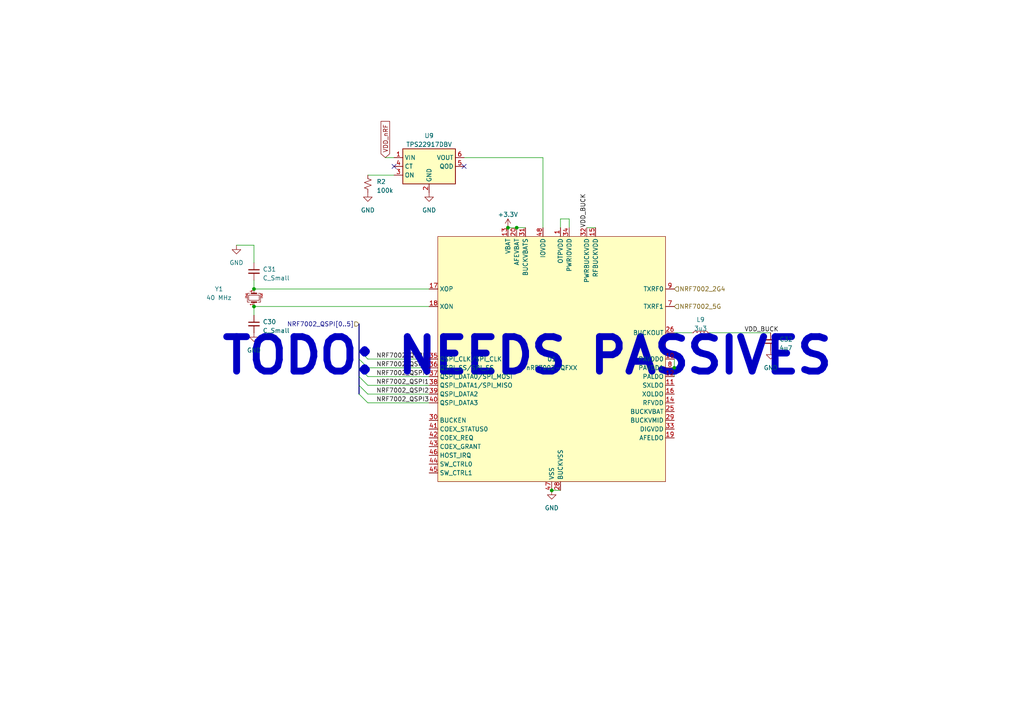
<source format=kicad_sch>
(kicad_sch (version 20230121) (generator eeschema)

  (uuid 102f1a5a-f366-4107-9431-2792d107f08d)

  (paper "A4")

  (lib_symbols
    (symbol "Device:C_Small" (pin_numbers hide) (pin_names (offset 0.254) hide) (in_bom yes) (on_board yes)
      (property "Reference" "C" (at 0.254 1.778 0)
        (effects (font (size 1.27 1.27)) (justify left))
      )
      (property "Value" "C_Small" (at 0.254 -2.032 0)
        (effects (font (size 1.27 1.27)) (justify left))
      )
      (property "Footprint" "" (at 0 0 0)
        (effects (font (size 1.27 1.27)) hide)
      )
      (property "Datasheet" "~" (at 0 0 0)
        (effects (font (size 1.27 1.27)) hide)
      )
      (property "ki_keywords" "capacitor cap" (at 0 0 0)
        (effects (font (size 1.27 1.27)) hide)
      )
      (property "ki_description" "Unpolarized capacitor, small symbol" (at 0 0 0)
        (effects (font (size 1.27 1.27)) hide)
      )
      (property "ki_fp_filters" "C_*" (at 0 0 0)
        (effects (font (size 1.27 1.27)) hide)
      )
      (symbol "C_Small_0_1"
        (polyline
          (pts
            (xy -1.524 -0.508)
            (xy 1.524 -0.508)
          )
          (stroke (width 0.3302) (type default))
          (fill (type none))
        )
        (polyline
          (pts
            (xy -1.524 0.508)
            (xy 1.524 0.508)
          )
          (stroke (width 0.3048) (type default))
          (fill (type none))
        )
      )
      (symbol "C_Small_1_1"
        (pin passive line (at 0 2.54 270) (length 2.032)
          (name "~" (effects (font (size 1.27 1.27))))
          (number "1" (effects (font (size 1.27 1.27))))
        )
        (pin passive line (at 0 -2.54 90) (length 2.032)
          (name "~" (effects (font (size 1.27 1.27))))
          (number "2" (effects (font (size 1.27 1.27))))
        )
      )
    )
    (symbol "Device:Crystal_GND23_Small" (pin_names (offset 1.016) hide) (in_bom yes) (on_board yes)
      (property "Reference" "Y" (at 1.27 4.445 0)
        (effects (font (size 1.27 1.27)) (justify left))
      )
      (property "Value" "Crystal_GND23_Small" (at 1.27 2.54 0)
        (effects (font (size 1.27 1.27)) (justify left))
      )
      (property "Footprint" "" (at 0 0 0)
        (effects (font (size 1.27 1.27)) hide)
      )
      (property "Datasheet" "~" (at 0 0 0)
        (effects (font (size 1.27 1.27)) hide)
      )
      (property "ki_keywords" "quartz ceramic resonator oscillator" (at 0 0 0)
        (effects (font (size 1.27 1.27)) hide)
      )
      (property "ki_description" "Four pin crystal, GND on pins 2 and 3, small symbol" (at 0 0 0)
        (effects (font (size 1.27 1.27)) hide)
      )
      (property "ki_fp_filters" "Crystal*" (at 0 0 0)
        (effects (font (size 1.27 1.27)) hide)
      )
      (symbol "Crystal_GND23_Small_0_1"
        (rectangle (start -0.762 -1.524) (end 0.762 1.524)
          (stroke (width 0) (type default))
          (fill (type none))
        )
        (polyline
          (pts
            (xy -1.27 -0.762)
            (xy -1.27 0.762)
          )
          (stroke (width 0.381) (type default))
          (fill (type none))
        )
        (polyline
          (pts
            (xy 1.27 -0.762)
            (xy 1.27 0.762)
          )
          (stroke (width 0.381) (type default))
          (fill (type none))
        )
        (polyline
          (pts
            (xy -1.27 -1.27)
            (xy -1.27 -1.905)
            (xy 1.27 -1.905)
            (xy 1.27 -1.27)
          )
          (stroke (width 0) (type default))
          (fill (type none))
        )
        (polyline
          (pts
            (xy -1.27 1.27)
            (xy -1.27 1.905)
            (xy 1.27 1.905)
            (xy 1.27 1.27)
          )
          (stroke (width 0) (type default))
          (fill (type none))
        )
      )
      (symbol "Crystal_GND23_Small_1_1"
        (pin passive line (at -2.54 0 0) (length 1.27)
          (name "1" (effects (font (size 1.27 1.27))))
          (number "1" (effects (font (size 0.762 0.762))))
        )
        (pin passive line (at 0 -2.54 90) (length 0.635)
          (name "2" (effects (font (size 1.27 1.27))))
          (number "2" (effects (font (size 0.762 0.762))))
        )
        (pin passive line (at 0 2.54 270) (length 0.635)
          (name "3" (effects (font (size 1.27 1.27))))
          (number "3" (effects (font (size 0.762 0.762))))
        )
        (pin passive line (at 2.54 0 180) (length 1.27)
          (name "4" (effects (font (size 1.27 1.27))))
          (number "4" (effects (font (size 0.762 0.762))))
        )
      )
    )
    (symbol "Device:L_Small" (pin_numbers hide) (pin_names (offset 0.254) hide) (in_bom yes) (on_board yes)
      (property "Reference" "L" (at 0.762 1.016 0)
        (effects (font (size 1.27 1.27)) (justify left))
      )
      (property "Value" "L_Small" (at 0.762 -1.016 0)
        (effects (font (size 1.27 1.27)) (justify left))
      )
      (property "Footprint" "" (at 0 0 0)
        (effects (font (size 1.27 1.27)) hide)
      )
      (property "Datasheet" "~" (at 0 0 0)
        (effects (font (size 1.27 1.27)) hide)
      )
      (property "ki_keywords" "inductor choke coil reactor magnetic" (at 0 0 0)
        (effects (font (size 1.27 1.27)) hide)
      )
      (property "ki_description" "Inductor, small symbol" (at 0 0 0)
        (effects (font (size 1.27 1.27)) hide)
      )
      (property "ki_fp_filters" "Choke_* *Coil* Inductor_* L_*" (at 0 0 0)
        (effects (font (size 1.27 1.27)) hide)
      )
      (symbol "L_Small_0_1"
        (arc (start 0 -2.032) (mid 0.5058 -1.524) (end 0 -1.016)
          (stroke (width 0) (type default))
          (fill (type none))
        )
        (arc (start 0 -1.016) (mid 0.5058 -0.508) (end 0 0)
          (stroke (width 0) (type default))
          (fill (type none))
        )
        (arc (start 0 0) (mid 0.5058 0.508) (end 0 1.016)
          (stroke (width 0) (type default))
          (fill (type none))
        )
        (arc (start 0 1.016) (mid 0.5058 1.524) (end 0 2.032)
          (stroke (width 0) (type default))
          (fill (type none))
        )
      )
      (symbol "L_Small_1_1"
        (pin passive line (at 0 2.54 270) (length 0.508)
          (name "~" (effects (font (size 1.27 1.27))))
          (number "1" (effects (font (size 1.27 1.27))))
        )
        (pin passive line (at 0 -2.54 90) (length 0.508)
          (name "~" (effects (font (size 1.27 1.27))))
          (number "2" (effects (font (size 1.27 1.27))))
        )
      )
    )
    (symbol "Device:R_Small_US" (pin_numbers hide) (pin_names (offset 0.254) hide) (in_bom yes) (on_board yes)
      (property "Reference" "R" (at 0.762 0.508 0)
        (effects (font (size 1.27 1.27)) (justify left))
      )
      (property "Value" "R_Small_US" (at 0.762 -1.016 0)
        (effects (font (size 1.27 1.27)) (justify left))
      )
      (property "Footprint" "" (at 0 0 0)
        (effects (font (size 1.27 1.27)) hide)
      )
      (property "Datasheet" "~" (at 0 0 0)
        (effects (font (size 1.27 1.27)) hide)
      )
      (property "ki_keywords" "r resistor" (at 0 0 0)
        (effects (font (size 1.27 1.27)) hide)
      )
      (property "ki_description" "Resistor, small US symbol" (at 0 0 0)
        (effects (font (size 1.27 1.27)) hide)
      )
      (property "ki_fp_filters" "R_*" (at 0 0 0)
        (effects (font (size 1.27 1.27)) hide)
      )
      (symbol "R_Small_US_1_1"
        (polyline
          (pts
            (xy 0 0)
            (xy 1.016 -0.381)
            (xy 0 -0.762)
            (xy -1.016 -1.143)
            (xy 0 -1.524)
          )
          (stroke (width 0) (type default))
          (fill (type none))
        )
        (polyline
          (pts
            (xy 0 1.524)
            (xy 1.016 1.143)
            (xy 0 0.762)
            (xy -1.016 0.381)
            (xy 0 0)
          )
          (stroke (width 0) (type default))
          (fill (type none))
        )
        (pin passive line (at 0 2.54 270) (length 1.016)
          (name "~" (effects (font (size 1.27 1.27))))
          (number "1" (effects (font (size 1.27 1.27))))
        )
        (pin passive line (at 0 -2.54 90) (length 1.016)
          (name "~" (effects (font (size 1.27 1.27))))
          (number "2" (effects (font (size 1.27 1.27))))
        )
      )
    )
    (symbol "Power_Management:TPS22917DBV" (in_bom yes) (on_board yes)
      (property "Reference" "U" (at -6.35 6.35 0)
        (effects (font (size 1.27 1.27)))
      )
      (property "Value" "TPS22917DBV" (at 2.54 6.35 0)
        (effects (font (size 1.27 1.27)))
      )
      (property "Footprint" "Package_TO_SOT_SMD:SOT-23-6" (at 0 12.7 0)
        (effects (font (size 1.27 1.27)) hide)
      )
      (property "Datasheet" "http://www.ti.com/lit/ds/symlink/tps22917.pdf" (at 1.27 -17.78 0)
        (effects (font (size 1.27 1.27)) hide)
      )
      (property "ki_keywords" "high-side power distribution switch" (at 0 0 0)
        (effects (font (size 1.27 1.27)) hide)
      )
      (property "ki_description" "1V to 5.5V, 2A, 80mΩ Ultra-Low Leakage Load Switch, SOT23-6" (at 0 0 0)
        (effects (font (size 1.27 1.27)) hide)
      )
      (property "ki_fp_filters" "SOT?23*" (at 0 0 0)
        (effects (font (size 1.27 1.27)) hide)
      )
      (symbol "TPS22917DBV_0_1"
        (rectangle (start -7.62 5.08) (end 7.62 -5.08)
          (stroke (width 0.254) (type default))
          (fill (type background))
        )
      )
      (symbol "TPS22917DBV_1_1"
        (pin power_in line (at -10.16 2.54 0) (length 2.54)
          (name "VIN" (effects (font (size 1.27 1.27))))
          (number "1" (effects (font (size 1.27 1.27))))
        )
        (pin power_in line (at 0 -7.62 90) (length 2.54)
          (name "GND" (effects (font (size 1.27 1.27))))
          (number "2" (effects (font (size 1.27 1.27))))
        )
        (pin input line (at -10.16 -2.54 0) (length 2.54)
          (name "ON" (effects (font (size 1.27 1.27))))
          (number "3" (effects (font (size 1.27 1.27))))
        )
        (pin output line (at -10.16 0 0) (length 2.54)
          (name "CT" (effects (font (size 1.27 1.27))))
          (number "4" (effects (font (size 1.27 1.27))))
        )
        (pin open_collector line (at 10.16 0 180) (length 2.54)
          (name "QOD" (effects (font (size 1.27 1.27))))
          (number "5" (effects (font (size 1.27 1.27))))
        )
        (pin power_out line (at 10.16 2.54 180) (length 2.54)
          (name "VOUT" (effects (font (size 1.27 1.27))))
          (number "6" (effects (font (size 1.27 1.27))))
        )
      )
    )
    (symbol "nordic-lib-kicad-nrf7:nRF7002-QFXX" (in_bom yes) (on_board yes)
      (property "Reference" "U" (at 0 0 0) (do_not_autoplace)
        (effects (font (size 1.27 1.27)))
      )
      (property "Value" "nRF7002-QFXX" (at 0 -2.54 0) (do_not_autoplace)
        (effects (font (size 1.27 1.27)))
      )
      (property "Footprint" "nordic-lib-kicad-nrf7:QFN-48_EP_6x6_Pitch0.4mm" (at 0 20.32 0)
        (effects (font (size 1.27 1.27)) hide)
      )
      (property "Datasheet" "" (at 0 20.32 0)
        (effects (font (size 1.27 1.27)) hide)
      )
      (symbol "nRF7002-QFXX_0_0"
        (pin unspecified line (at 2.54 38.1 270) (length 2.54)
          (name "OTPVDD" (effects (font (size 1.27 1.27))))
          (number "1" (effects (font (size 1.27 1.27))))
        )
        (pin unspecified line (at 35.56 0 180) (length 2.54)
          (name "PAVDD0" (effects (font (size 1.27 1.27))))
          (number "10" (effects (font (size 1.27 1.27))))
        )
        (pin unspecified line (at 35.56 -7.62 180) (length 2.54)
          (name "SXLDO" (effects (font (size 1.27 1.27))))
          (number "11" (effects (font (size 1.27 1.27))))
        )
        (pin unspecified line (at 35.56 -5.08 180) (length 2.54)
          (name "PALDO" (effects (font (size 1.27 1.27))))
          (number "12" (effects (font (size 1.27 1.27))))
        )
        (pin unspecified line (at -12.7 38.1 270) (length 2.54)
          (name "VBAT" (effects (font (size 1.27 1.27))))
          (number "13" (effects (font (size 1.27 1.27))))
        )
        (pin unspecified line (at 35.56 -12.7 180) (length 2.54)
          (name "RFVDD" (effects (font (size 1.27 1.27))))
          (number "14" (effects (font (size 1.27 1.27))))
        )
        (pin unspecified line (at 12.7 38.1 270) (length 2.54)
          (name "RFBUCKVDD" (effects (font (size 1.27 1.27))))
          (number "15" (effects (font (size 1.27 1.27))))
        )
        (pin unspecified line (at 35.56 -10.16 180) (length 2.54)
          (name "XOLDO" (effects (font (size 1.27 1.27))))
          (number "16" (effects (font (size 1.27 1.27))))
        )
        (pin unspecified line (at -35.56 20.32 0) (length 2.54)
          (name "XOP" (effects (font (size 1.27 1.27))))
          (number "17" (effects (font (size 1.27 1.27))))
        )
        (pin unspecified line (at -35.56 15.24 0) (length 2.54)
          (name "XON" (effects (font (size 1.27 1.27))))
          (number "18" (effects (font (size 1.27 1.27))))
        )
        (pin unspecified line (at 35.56 -22.86 180) (length 2.54)
          (name "AFELDO" (effects (font (size 1.27 1.27))))
          (number "19" (effects (font (size 1.27 1.27))))
        )
        (pin unspecified line (at -10.16 38.1 270) (length 2.54)
          (name "AFEVBAT" (effects (font (size 1.27 1.27))))
          (number "20" (effects (font (size 1.27 1.27))))
        )
        (pin unspecified line (at 35.56 -15.24 180) (length 2.54)
          (name "BUCKVBAT" (effects (font (size 1.27 1.27))))
          (number "25" (effects (font (size 1.27 1.27))))
        )
        (pin unspecified line (at 35.56 7.62 180) (length 2.54)
          (name "BUCKOUT" (effects (font (size 1.27 1.27))))
          (number "26" (effects (font (size 1.27 1.27))))
        )
        (pin unspecified line (at 2.54 -38.1 90) (length 2.54)
          (name "BUCKVSS" (effects (font (size 1.27 1.27))))
          (number "28" (effects (font (size 1.27 1.27))))
        )
        (pin unspecified line (at 35.56 -17.78 180) (length 2.54)
          (name "BUCKVMID" (effects (font (size 1.27 1.27))))
          (number "29" (effects (font (size 1.27 1.27))))
        )
        (pin unspecified line (at -35.56 -17.78 0) (length 2.54)
          (name "BUCKEN" (effects (font (size 1.27 1.27))))
          (number "30" (effects (font (size 1.27 1.27))))
        )
        (pin unspecified line (at -7.62 38.1 270) (length 2.54)
          (name "BUCKVBATS" (effects (font (size 1.27 1.27))))
          (number "31" (effects (font (size 1.27 1.27))))
        )
        (pin unspecified line (at 10.16 38.1 270) (length 2.54)
          (name "PWRBUCKVDD" (effects (font (size 1.27 1.27))))
          (number "32" (effects (font (size 1.27 1.27))))
        )
        (pin unspecified line (at 35.56 -20.32 180) (length 2.54)
          (name "DIGVDD" (effects (font (size 1.27 1.27))))
          (number "33" (effects (font (size 1.27 1.27))))
        )
        (pin unspecified line (at 5.08 38.1 270) (length 2.54)
          (name "PWRIOVDD" (effects (font (size 1.27 1.27))))
          (number "34" (effects (font (size 1.27 1.27))))
        )
        (pin unspecified line (at -35.56 -2.54 0) (length 2.54)
          (name "QSPI_SS/SPI_SS" (effects (font (size 1.27 1.27))))
          (number "36" (effects (font (size 1.27 1.27))))
        )
        (pin unspecified line (at -35.56 -5.08 0) (length 2.54)
          (name "QSPI_DATA0/SPI_MOSI" (effects (font (size 1.27 1.27))))
          (number "37" (effects (font (size 1.27 1.27))))
        )
        (pin unspecified line (at -35.56 -7.62 0) (length 2.54)
          (name "QSPI_DATA1/SPI_MISO" (effects (font (size 1.27 1.27))))
          (number "38" (effects (font (size 1.27 1.27))))
        )
        (pin unspecified line (at -35.56 -10.16 0) (length 2.54)
          (name "QSPI_DATA2" (effects (font (size 1.27 1.27))))
          (number "39" (effects (font (size 1.27 1.27))))
        )
        (pin unspecified line (at -35.56 -12.7 0) (length 2.54)
          (name "QSPI_DATA3" (effects (font (size 1.27 1.27))))
          (number "40" (effects (font (size 1.27 1.27))))
        )
        (pin unspecified line (at -35.56 -20.32 0) (length 2.54)
          (name "COEX_STATUS0" (effects (font (size 1.27 1.27))))
          (number "41" (effects (font (size 1.27 1.27))))
        )
        (pin unspecified line (at -35.56 -22.86 0) (length 2.54)
          (name "COEX_REQ" (effects (font (size 1.27 1.27))))
          (number "42" (effects (font (size 1.27 1.27))))
        )
        (pin unspecified line (at -35.56 -25.4 0) (length 2.54)
          (name "COEX_GRANT" (effects (font (size 1.27 1.27))))
          (number "43" (effects (font (size 1.27 1.27))))
        )
        (pin unspecified line (at -35.56 -30.48 0) (length 2.54)
          (name "SW_CTRL0" (effects (font (size 1.27 1.27))))
          (number "44" (effects (font (size 1.27 1.27))))
        )
        (pin unspecified line (at -35.56 -33.02 0) (length 2.54)
          (name "SW_CTRL1" (effects (font (size 1.27 1.27))))
          (number "45" (effects (font (size 1.27 1.27))))
        )
        (pin unspecified line (at -35.56 -27.94 0) (length 2.54)
          (name "HOST_IRQ" (effects (font (size 1.27 1.27))))
          (number "46" (effects (font (size 1.27 1.27))))
        )
        (pin unspecified line (at -2.54 38.1 270) (length 2.54)
          (name "IOVDD" (effects (font (size 1.27 1.27))))
          (number "48" (effects (font (size 1.27 1.27))))
        )
        (pin unspecified line (at 35.56 15.24 180) (length 2.54)
          (name "TXRF1" (effects (font (size 1.27 1.27))))
          (number "7" (effects (font (size 1.27 1.27))))
        )
        (pin unspecified line (at 35.56 -2.54 180) (length 2.54)
          (name "PAVDD1" (effects (font (size 1.27 1.27))))
          (number "8" (effects (font (size 1.27 1.27))))
        )
        (pin unspecified line (at 35.56 20.32 180) (length 2.54)
          (name "TXRF0" (effects (font (size 1.27 1.27))))
          (number "9" (effects (font (size 1.27 1.27))))
        )
      )
      (symbol "nRF7002-QFXX_1_0"
        (pin no_connect line (at 10.16 -33.02 90) (length 2.54) hide
          (name "N.C." (effects (font (size 1.27 1.27))))
          (number "2" (effects (font (size 1.27 1.27))))
        )
        (pin no_connect line (at 10.16 -33.02 90) (length 2.54) hide
          (name "N.C." (effects (font (size 1.27 1.27))))
          (number "21" (effects (font (size 1.27 1.27))))
        )
        (pin no_connect line (at 10.16 -33.02 90) (length 2.54) hide
          (name "N.C." (effects (font (size 1.27 1.27))))
          (number "22" (effects (font (size 1.27 1.27))))
        )
        (pin no_connect line (at 10.16 -33.02 90) (length 2.54) hide
          (name "N.C." (effects (font (size 1.27 1.27))))
          (number "23" (effects (font (size 1.27 1.27))))
        )
        (pin no_connect line (at 10.16 -33.02 90) (length 2.54) hide
          (name "N.C." (effects (font (size 1.27 1.27))))
          (number "24" (effects (font (size 1.27 1.27))))
        )
        (pin unspecified line (at 2.54 -38.1 90) (length 2.54) hide
          (name "BUCKVSS" (effects (font (size 1.27 1.27))))
          (number "27" (effects (font (size 1.27 1.27))))
        )
        (pin no_connect line (at 10.16 -33.02 90) (length 2.54) hide
          (name "N.C." (effects (font (size 1.27 1.27))))
          (number "3" (effects (font (size 1.27 1.27))))
        )
        (pin unspecified line (at -35.56 0 0) (length 2.54)
          (name "QSPI_CLK/SPI_CLK" (effects (font (size 1.27 1.27))))
          (number "35" (effects (font (size 1.27 1.27))))
        )
        (pin no_connect line (at 10.16 -33.02 90) (length 2.54) hide
          (name "N.C." (effects (font (size 1.27 1.27))))
          (number "4" (effects (font (size 1.27 1.27))))
        )
        (pin unspecified line (at 0 -38.1 90) (length 2.54)
          (name "VSS" (effects (font (size 1.27 1.27))))
          (number "47" (effects (font (size 1.27 1.27))))
        )
        (pin unspecified line (at 0 -38.1 90) (length 2.54) hide
          (name "EP" (effects (font (size 1.27 1.27))))
          (number "49" (effects (font (size 1.27 1.27))))
        )
        (pin no_connect line (at 10.16 -33.02 90) (length 2.54) hide
          (name "N.C." (effects (font (size 1.27 1.27))))
          (number "5" (effects (font (size 1.27 1.27))))
        )
        (pin no_connect line (at 10.16 -33.02 90) (length 2.54) hide
          (name "N.C." (effects (font (size 1.27 1.27))))
          (number "6" (effects (font (size 1.27 1.27))))
        )
      )
      (symbol "nRF7002-QFXX_1_1"
        (rectangle (start -33.02 35.56) (end 33.02 -35.56)
          (stroke (width 0) (type default))
          (fill (type background))
        )
      )
    )
    (symbol "power:+3.3V" (power) (pin_names (offset 0)) (in_bom yes) (on_board yes)
      (property "Reference" "#PWR" (at 0 -3.81 0)
        (effects (font (size 1.27 1.27)) hide)
      )
      (property "Value" "+3.3V" (at 0 3.556 0)
        (effects (font (size 1.27 1.27)))
      )
      (property "Footprint" "" (at 0 0 0)
        (effects (font (size 1.27 1.27)) hide)
      )
      (property "Datasheet" "" (at 0 0 0)
        (effects (font (size 1.27 1.27)) hide)
      )
      (property "ki_keywords" "global power" (at 0 0 0)
        (effects (font (size 1.27 1.27)) hide)
      )
      (property "ki_description" "Power symbol creates a global label with name \"+3.3V\"" (at 0 0 0)
        (effects (font (size 1.27 1.27)) hide)
      )
      (symbol "+3.3V_0_1"
        (polyline
          (pts
            (xy -0.762 1.27)
            (xy 0 2.54)
          )
          (stroke (width 0) (type default))
          (fill (type none))
        )
        (polyline
          (pts
            (xy 0 0)
            (xy 0 2.54)
          )
          (stroke (width 0) (type default))
          (fill (type none))
        )
        (polyline
          (pts
            (xy 0 2.54)
            (xy 0.762 1.27)
          )
          (stroke (width 0) (type default))
          (fill (type none))
        )
      )
      (symbol "+3.3V_1_1"
        (pin power_in line (at 0 0 90) (length 0) hide
          (name "+3.3V" (effects (font (size 1.27 1.27))))
          (number "1" (effects (font (size 1.27 1.27))))
        )
      )
    )
    (symbol "power:GND" (power) (pin_names (offset 0)) (in_bom yes) (on_board yes)
      (property "Reference" "#PWR" (at 0 -6.35 0)
        (effects (font (size 1.27 1.27)) hide)
      )
      (property "Value" "GND" (at 0 -3.81 0)
        (effects (font (size 1.27 1.27)))
      )
      (property "Footprint" "" (at 0 0 0)
        (effects (font (size 1.27 1.27)) hide)
      )
      (property "Datasheet" "" (at 0 0 0)
        (effects (font (size 1.27 1.27)) hide)
      )
      (property "ki_keywords" "global power" (at 0 0 0)
        (effects (font (size 1.27 1.27)) hide)
      )
      (property "ki_description" "Power symbol creates a global label with name \"GND\" , ground" (at 0 0 0)
        (effects (font (size 1.27 1.27)) hide)
      )
      (symbol "GND_0_1"
        (polyline
          (pts
            (xy 0 0)
            (xy 0 -1.27)
            (xy 1.27 -1.27)
            (xy 0 -2.54)
            (xy -1.27 -1.27)
            (xy 0 -1.27)
          )
          (stroke (width 0) (type default))
          (fill (type none))
        )
      )
      (symbol "GND_1_1"
        (pin power_in line (at 0 0 270) (length 0) hide
          (name "GND" (effects (font (size 1.27 1.27))))
          (number "1" (effects (font (size 1.27 1.27))))
        )
      )
    )
  )

  (junction (at 73.66 83.82) (diameter 0) (color 0 0 0 0)
    (uuid 0b905bf2-30e6-4ff0-ac4b-1c410f64e1cc)
  )
  (junction (at 149.86 66.04) (diameter 0) (color 0 0 0 0)
    (uuid 4736dfb3-a559-4cb5-9631-791d9c572319)
  )
  (junction (at 73.66 88.9) (diameter 0) (color 0 0 0 0)
    (uuid 4d227387-4f40-4381-a219-44389653a00d)
  )
  (junction (at 160.02 142.24) (diameter 0) (color 0 0 0 0)
    (uuid 76e825eb-3573-414c-8d66-fde2acadeabd)
  )
  (junction (at 195.58 106.68) (diameter 0) (color 0 0 0 0)
    (uuid ba5e24ff-f9d3-4ebf-86f7-bd37fdc8a124)
  )
  (junction (at 147.32 66.04) (diameter 0) (color 0 0 0 0)
    (uuid f5711865-a3ac-4ffb-9a73-d84ed1e104e0)
  )

  (no_connect (at 114.3 48.26) (uuid 886a4257-1ef8-4afb-9c72-b0d23fdddbda))
  (no_connect (at 134.62 48.26) (uuid f832dd7a-74e8-4e81-9b48-cb92ae8bdd21))

  (bus_entry (at 104.14 114.3) (size 2.54 2.54)
    (stroke (width 0) (type default))
    (uuid 0745b60a-1f96-4737-a71b-b6d8fddf97c9)
  )
  (bus_entry (at 104.14 101.6) (size 2.54 2.54)
    (stroke (width 0) (type default))
    (uuid 0933f152-435c-45a3-b3e6-ba6e75d46612)
  )
  (bus_entry (at 104.14 111.76) (size 2.54 2.54)
    (stroke (width 0) (type default))
    (uuid 7d6e5ccb-ee0d-483e-809a-2282453560c6)
  )
  (bus_entry (at 104.14 106.68) (size 2.54 2.54)
    (stroke (width 0) (type default))
    (uuid a9bdd216-5098-42dc-8c10-552f2d4750b7)
  )
  (bus_entry (at 104.14 104.14) (size 2.54 2.54)
    (stroke (width 0) (type default))
    (uuid e3f1169e-0bd9-447a-826b-51472e2fd373)
  )
  (bus_entry (at 104.14 109.22) (size 2.54 2.54)
    (stroke (width 0) (type default))
    (uuid fe2c9941-ca95-4713-9b35-08ea310e8c86)
  )

  (wire (pts (xy 134.62 45.72) (xy 157.48 45.72))
    (stroke (width 0) (type default))
    (uuid 03ae56f2-4695-4661-9804-505bcde287eb)
  )
  (wire (pts (xy 106.68 116.84) (xy 124.46 116.84))
    (stroke (width 0) (type default))
    (uuid 0daa24b3-cf54-4c69-a7e8-4518aeee863c)
  )
  (wire (pts (xy 149.86 66.04) (xy 152.4 66.04))
    (stroke (width 0) (type default))
    (uuid 1223e5b8-4222-429d-be21-52d7310a76da)
  )
  (wire (pts (xy 195.58 104.14) (xy 195.58 106.68))
    (stroke (width 0) (type default))
    (uuid 1ae53c6e-2f59-4573-8e4f-46781fabe519)
  )
  (wire (pts (xy 106.68 50.8) (xy 114.3 50.8))
    (stroke (width 0) (type default))
    (uuid 30acb95a-1081-4c28-a149-2aa4a6700e2b)
  )
  (wire (pts (xy 195.58 106.68) (xy 195.58 109.22))
    (stroke (width 0) (type default))
    (uuid 3263ba4f-e319-46ae-8fed-51057f41ad33)
  )
  (bus (pts (xy 104.14 106.68) (xy 104.14 109.22))
    (stroke (width 0) (type default))
    (uuid 32a1fbaf-6a89-40c7-8a9b-efaf21b5625c)
  )

  (wire (pts (xy 106.68 114.3) (xy 124.46 114.3))
    (stroke (width 0) (type default))
    (uuid 37c7da6b-8526-4a5d-b974-d877905def7e)
  )
  (bus (pts (xy 104.14 109.22) (xy 104.14 111.76))
    (stroke (width 0) (type default))
    (uuid 3941332e-beb8-4ea1-bc7b-15cb53a1e5c2)
  )
  (bus (pts (xy 104.14 93.98) (xy 104.14 101.6))
    (stroke (width 0) (type default))
    (uuid 3bf7daa1-1c29-426e-824b-38f4bc00e1e4)
  )

  (wire (pts (xy 106.68 111.76) (xy 124.46 111.76))
    (stroke (width 0) (type default))
    (uuid 463c4208-8d21-4eb1-be25-8752d2bc13af)
  )
  (wire (pts (xy 73.66 91.44) (xy 73.66 88.9))
    (stroke (width 0) (type default))
    (uuid 4755f7d3-e5a6-4092-acc7-542574989bff)
  )
  (wire (pts (xy 106.68 104.14) (xy 124.46 104.14))
    (stroke (width 0) (type default))
    (uuid 573f0d8f-3cbd-44e7-8726-dcf87f1e0640)
  )
  (wire (pts (xy 73.66 88.9) (xy 124.46 88.9))
    (stroke (width 0) (type default))
    (uuid 5d125fd3-33e5-4b4b-8135-f69e4a8b12e8)
  )
  (wire (pts (xy 205.74 96.52) (xy 223.52 96.52))
    (stroke (width 0) (type default))
    (uuid 6040140f-96ce-44ee-8263-d58d81ef9145)
  )
  (bus (pts (xy 104.14 101.6) (xy 104.14 104.14))
    (stroke (width 0) (type default))
    (uuid 6729285e-49a0-49fb-ae3f-d63da58eef2d)
  )

  (wire (pts (xy 160.02 142.24) (xy 162.56 142.24))
    (stroke (width 0) (type default))
    (uuid 7c046272-a86e-4245-a163-aeace5c362aa)
  )
  (wire (pts (xy 162.56 63.5) (xy 165.1 63.5))
    (stroke (width 0) (type default))
    (uuid 7f3d5b50-6db5-47dc-af52-3693dc7c00c4)
  )
  (wire (pts (xy 73.66 81.28) (xy 73.66 83.82))
    (stroke (width 0) (type default))
    (uuid 8852b5f8-f15e-4a93-a9a1-d553f712b390)
  )
  (wire (pts (xy 111.76 45.72) (xy 114.3 45.72))
    (stroke (width 0) (type default))
    (uuid 88ccc379-9eb7-4f8d-a0ac-e345e4041f96)
  )
  (bus (pts (xy 104.14 104.14) (xy 104.14 106.68))
    (stroke (width 0) (type default))
    (uuid 8b54d6f0-35d8-4777-99b5-7bfb604f2f0c)
  )

  (wire (pts (xy 68.58 71.12) (xy 73.66 71.12))
    (stroke (width 0) (type default))
    (uuid 8f1a36e1-083e-4122-abb3-5993a9f121e9)
  )
  (wire (pts (xy 106.68 106.68) (xy 124.46 106.68))
    (stroke (width 0) (type default))
    (uuid 93ae58c9-946b-48dc-985f-469849463c33)
  )
  (wire (pts (xy 157.48 45.72) (xy 157.48 66.04))
    (stroke (width 0) (type default))
    (uuid 9713adcc-61c1-4b0c-8463-86311805fbea)
  )
  (wire (pts (xy 106.68 109.22) (xy 124.46 109.22))
    (stroke (width 0) (type default))
    (uuid 9c9533a8-0e17-4e12-bf0e-f820411b1754)
  )
  (wire (pts (xy 170.18 66.04) (xy 172.72 66.04))
    (stroke (width 0) (type default))
    (uuid 9eb2fff8-1fff-49c5-958f-96d63f698499)
  )
  (wire (pts (xy 162.56 66.04) (xy 162.56 63.5))
    (stroke (width 0) (type default))
    (uuid a1ae390f-e0f9-43bd-92db-423950b2575c)
  )
  (wire (pts (xy 195.58 96.52) (xy 200.66 96.52))
    (stroke (width 0) (type default))
    (uuid ac8a8952-1ff3-4e2b-8124-4dcd30738c24)
  )
  (wire (pts (xy 147.32 66.04) (xy 149.86 66.04))
    (stroke (width 0) (type default))
    (uuid b16de582-712c-448c-9cd3-8ae469adaa74)
  )
  (wire (pts (xy 73.66 83.82) (xy 124.46 83.82))
    (stroke (width 0) (type default))
    (uuid b9693ac5-aa08-4d8a-b5eb-6771db893ecd)
  )
  (bus (pts (xy 104.14 111.76) (xy 104.14 114.3))
    (stroke (width 0) (type default))
    (uuid c63d4bd4-147d-4837-8d5b-97d0a63a06e5)
  )

  (wire (pts (xy 73.66 71.12) (xy 73.66 76.2))
    (stroke (width 0) (type default))
    (uuid fbd7850f-8bdb-472c-8c76-aa11bf16c038)
  )
  (wire (pts (xy 165.1 63.5) (xy 165.1 66.04))
    (stroke (width 0) (type default))
    (uuid ff41ae55-4bef-429c-a934-e71ca872de89)
  )

  (text "TODO: NEEDS PASSIVES" (at 63.5 109.22 0)
    (effects (font (size 10 10) (thickness 2) bold) (justify left bottom))
    (uuid 104ea9be-c65f-45ad-b258-7d8b4c7c348f)
  )

  (label "VDD_BUCK" (at 170.18 66.04 90) (fields_autoplaced)
    (effects (font (size 1.27 1.27)) (justify left bottom))
    (uuid 2c386745-e6da-4f36-bec1-3494c3ea6bdf)
  )
  (label "NRF7002_QSPI4" (at 124.46 104.14 180) (fields_autoplaced)
    (effects (font (size 1.27 1.27)) (justify right bottom))
    (uuid 38b25a5b-048e-4afe-9721-9b1bccad65b7)
  )
  (label "NRF7002_QSPI5" (at 124.46 106.68 180) (fields_autoplaced)
    (effects (font (size 1.27 1.27)) (justify right bottom))
    (uuid 5614ba05-12bf-4fa6-b094-5ed9d0dab022)
  )
  (label "NRF7002_QSPI2" (at 124.46 114.3 180) (fields_autoplaced)
    (effects (font (size 1.27 1.27)) (justify right bottom))
    (uuid 9876c97c-e8da-46d4-a7fd-b81eed9de557)
  )
  (label "NRF7002_QSPI0" (at 124.46 109.22 180) (fields_autoplaced)
    (effects (font (size 1.27 1.27)) (justify right bottom))
    (uuid d4abb697-43f9-484f-a891-deef8a8270b5)
  )
  (label "VDD_BUCK" (at 215.9 96.52 0) (fields_autoplaced)
    (effects (font (size 1.27 1.27)) (justify left bottom))
    (uuid de126256-ff30-4373-9d2b-8d651a203600)
  )
  (label "NRF7002_QSPI3" (at 124.46 116.84 180) (fields_autoplaced)
    (effects (font (size 1.27 1.27)) (justify right bottom))
    (uuid ec30e629-f821-4b80-be1f-01047f1c04f1)
  )
  (label "NRF7002_QSPI1" (at 124.46 111.76 180) (fields_autoplaced)
    (effects (font (size 1.27 1.27)) (justify right bottom))
    (uuid f792772f-fe0d-4ad0-8325-1ec29c58e409)
  )

  (global_label "VDD_nRF" (shape input) (at 111.76 45.72 90) (fields_autoplaced)
    (effects (font (size 1.27 1.27)) (justify left))
    (uuid 10f24a3c-3169-4b6e-8980-ef387e81ced2)
    (property "Intersheetrefs" "${INTERSHEET_REFS}" (at 111.76 34.7104 90)
      (effects (font (size 1.27 1.27)) (justify left) hide)
    )
  )

  (hierarchical_label "NRF7002_5G" (shape input) (at 195.58 88.9 0) (fields_autoplaced)
    (effects (font (size 1.27 1.27)) (justify left))
    (uuid 69dcef94-dc04-4bf6-8d41-7207bb0a9ace)
  )
  (hierarchical_label "NRF7002_QSPI[0..5]" (shape input) (at 104.14 93.98 180) (fields_autoplaced)
    (effects (font (size 1.27 1.27)) (justify right))
    (uuid 85870653-26fd-414e-8166-da73ae542861)
  )
  (hierarchical_label "NRF7002_2G4" (shape input) (at 195.58 83.82 0) (fields_autoplaced)
    (effects (font (size 1.27 1.27)) (justify left))
    (uuid a01806c3-4e1f-4b42-b7ad-dd981b70a41d)
  )

  (symbol (lib_id "power:GND") (at 223.52 101.6 0) (unit 1)
    (in_bom yes) (on_board yes) (dnp no) (fields_autoplaced)
    (uuid 0de1c6be-1d4c-4781-8f8e-dccf32f25841)
    (property "Reference" "#PWR08" (at 223.52 107.95 0)
      (effects (font (size 1.27 1.27)) hide)
    )
    (property "Value" "GND" (at 223.52 106.68 0)
      (effects (font (size 1.27 1.27)))
    )
    (property "Footprint" "" (at 223.52 101.6 0)
      (effects (font (size 1.27 1.27)) hide)
    )
    (property "Datasheet" "" (at 223.52 101.6 0)
      (effects (font (size 1.27 1.27)) hide)
    )
    (pin "1" (uuid 0988bf70-8ad6-44ec-8463-9ac2cb98d0aa))
    (instances
      (project "feather"
        (path "/ff0e202b-4a10-454c-95f3-d1df6cc67c7a"
          (reference "#PWR08") (unit 1)
        )
        (path "/ff0e202b-4a10-454c-95f3-d1df6cc67c7a/b080eee5-b310-42a8-a6eb-0336f72a8eb4"
          (reference "#PWR061") (unit 1)
        )
      )
    )
  )

  (symbol (lib_id "power:GND") (at 106.68 55.88 0) (unit 1)
    (in_bom yes) (on_board yes) (dnp no) (fields_autoplaced)
    (uuid 2864dd5b-d2b4-49d4-b087-c121a766a4c5)
    (property "Reference" "#PWR012" (at 106.68 62.23 0)
      (effects (font (size 1.27 1.27)) hide)
    )
    (property "Value" "GND" (at 106.68 60.96 0)
      (effects (font (size 1.27 1.27)))
    )
    (property "Footprint" "" (at 106.68 55.88 0)
      (effects (font (size 1.27 1.27)) hide)
    )
    (property "Datasheet" "" (at 106.68 55.88 0)
      (effects (font (size 1.27 1.27)) hide)
    )
    (pin "1" (uuid 419c021e-d5a1-4653-a0fe-8ec0929a95aa))
    (instances
      (project "feather"
        (path "/ff0e202b-4a10-454c-95f3-d1df6cc67c7a"
          (reference "#PWR012") (unit 1)
        )
        (path "/ff0e202b-4a10-454c-95f3-d1df6cc67c7a/329e88c3-6de2-4468-a5c8-2b9fab392ec8"
          (reference "#PWR025") (unit 1)
        )
        (path "/ff0e202b-4a10-454c-95f3-d1df6cc67c7a/271ebf4d-260f-4928-8105-d17d2a322869"
          (reference "#PWR055") (unit 1)
        )
        (path "/ff0e202b-4a10-454c-95f3-d1df6cc67c7a/b080eee5-b310-42a8-a6eb-0336f72a8eb4"
          (reference "#PWR062") (unit 1)
        )
      )
    )
  )

  (symbol (lib_id "power:GND") (at 160.02 142.24 0) (unit 1)
    (in_bom yes) (on_board yes) (dnp no) (fields_autoplaced)
    (uuid 3ce931e8-c064-4c5b-ae05-7188a314fe56)
    (property "Reference" "#PWR08" (at 160.02 148.59 0)
      (effects (font (size 1.27 1.27)) hide)
    )
    (property "Value" "GND" (at 160.02 147.32 0)
      (effects (font (size 1.27 1.27)))
    )
    (property "Footprint" "" (at 160.02 142.24 0)
      (effects (font (size 1.27 1.27)) hide)
    )
    (property "Datasheet" "" (at 160.02 142.24 0)
      (effects (font (size 1.27 1.27)) hide)
    )
    (pin "1" (uuid dbbc4a8b-54bc-405f-9a63-d17a759e6bc3))
    (instances
      (project "feather"
        (path "/ff0e202b-4a10-454c-95f3-d1df6cc67c7a"
          (reference "#PWR08") (unit 1)
        )
        (path "/ff0e202b-4a10-454c-95f3-d1df6cc67c7a/b080eee5-b310-42a8-a6eb-0336f72a8eb4"
          (reference "#PWR08") (unit 1)
        )
      )
    )
  )

  (symbol (lib_id "power:GND") (at 73.66 96.52 0) (unit 1)
    (in_bom yes) (on_board yes) (dnp no) (fields_autoplaced)
    (uuid 4c013ff3-b793-49a1-9a4e-6316eb3d56a6)
    (property "Reference" "#PWR08" (at 73.66 102.87 0)
      (effects (font (size 1.27 1.27)) hide)
    )
    (property "Value" "GND" (at 73.66 101.6 0)
      (effects (font (size 1.27 1.27)))
    )
    (property "Footprint" "" (at 73.66 96.52 0)
      (effects (font (size 1.27 1.27)) hide)
    )
    (property "Datasheet" "" (at 73.66 96.52 0)
      (effects (font (size 1.27 1.27)) hide)
    )
    (pin "1" (uuid f290066d-dd67-4792-a35d-672ca333d798))
    (instances
      (project "feather"
        (path "/ff0e202b-4a10-454c-95f3-d1df6cc67c7a"
          (reference "#PWR08") (unit 1)
        )
        (path "/ff0e202b-4a10-454c-95f3-d1df6cc67c7a/b080eee5-b310-42a8-a6eb-0336f72a8eb4"
          (reference "#PWR058") (unit 1)
        )
      )
    )
  )

  (symbol (lib_id "power:+3.3V") (at 147.32 66.04 0) (unit 1)
    (in_bom yes) (on_board yes) (dnp no) (fields_autoplaced)
    (uuid 4d18fea3-2c56-4ef7-9ab8-9f01211373fb)
    (property "Reference" "#PWR063" (at 147.32 69.85 0)
      (effects (font (size 1.27 1.27)) hide)
    )
    (property "Value" "+3.3V" (at 147.32 62.23 0)
      (effects (font (size 1.27 1.27)))
    )
    (property "Footprint" "" (at 147.32 66.04 0)
      (effects (font (size 1.27 1.27)) hide)
    )
    (property "Datasheet" "" (at 147.32 66.04 0)
      (effects (font (size 1.27 1.27)) hide)
    )
    (pin "1" (uuid 68b357e3-0725-45b8-a496-8bed503e53ff))
    (instances
      (project "feather"
        (path "/ff0e202b-4a10-454c-95f3-d1df6cc67c7a/b080eee5-b310-42a8-a6eb-0336f72a8eb4"
          (reference "#PWR063") (unit 1)
        )
      )
    )
  )

  (symbol (lib_id "Device:C_Small") (at 73.66 93.98 0) (unit 1)
    (in_bom yes) (on_board yes) (dnp no) (fields_autoplaced)
    (uuid 5e93eab1-53d9-48d7-bac8-0765cc6b7842)
    (property "Reference" "C30" (at 76.2 93.3513 0)
      (effects (font (size 1.27 1.27)) (justify left))
    )
    (property "Value" "C_Small" (at 76.2 95.8913 0)
      (effects (font (size 1.27 1.27)) (justify left))
    )
    (property "Footprint" "" (at 73.66 93.98 0)
      (effects (font (size 1.27 1.27)) hide)
    )
    (property "Datasheet" "~" (at 73.66 93.98 0)
      (effects (font (size 1.27 1.27)) hide)
    )
    (pin "1" (uuid cabf84fb-6b0b-4125-b29f-9c969ca8415d))
    (pin "2" (uuid 9932e66e-63b7-4dcb-9a72-c9bbf208f900))
    (instances
      (project "feather"
        (path "/ff0e202b-4a10-454c-95f3-d1df6cc67c7a/b080eee5-b310-42a8-a6eb-0336f72a8eb4"
          (reference "C30") (unit 1)
        )
      )
    )
  )

  (symbol (lib_id "power:GND") (at 68.58 71.12 0) (unit 1)
    (in_bom yes) (on_board yes) (dnp no) (fields_autoplaced)
    (uuid 6282ac37-caf4-4e53-8c6c-3071ab345489)
    (property "Reference" "#PWR08" (at 68.58 77.47 0)
      (effects (font (size 1.27 1.27)) hide)
    )
    (property "Value" "GND" (at 68.58 76.2 0)
      (effects (font (size 1.27 1.27)))
    )
    (property "Footprint" "" (at 68.58 71.12 0)
      (effects (font (size 1.27 1.27)) hide)
    )
    (property "Datasheet" "" (at 68.58 71.12 0)
      (effects (font (size 1.27 1.27)) hide)
    )
    (pin "1" (uuid 12d0fe8d-9f58-4fed-9a7e-ed1095bb6d71))
    (instances
      (project "feather"
        (path "/ff0e202b-4a10-454c-95f3-d1df6cc67c7a"
          (reference "#PWR08") (unit 1)
        )
        (path "/ff0e202b-4a10-454c-95f3-d1df6cc67c7a/b080eee5-b310-42a8-a6eb-0336f72a8eb4"
          (reference "#PWR059") (unit 1)
        )
      )
    )
  )

  (symbol (lib_id "nordic-lib-kicad-nrf7:nRF7002-QFXX") (at 160.02 104.14 0) (unit 1)
    (in_bom yes) (on_board yes) (dnp no) (fields_autoplaced)
    (uuid 68137ae8-f1e9-44da-93c6-28e495ceed30)
    (property "Reference" "U1" (at 160.02 104.14 0) (do_not_autoplace)
      (effects (font (size 1.27 1.27)))
    )
    (property "Value" "nRF7002-QFXX" (at 160.02 106.68 0) (do_not_autoplace)
      (effects (font (size 1.27 1.27)))
    )
    (property "Footprint" "nordic-lib-kicad-nrf7:QFN-48_EP_6x6_Pitch0.4mm" (at 160.02 83.82 0)
      (effects (font (size 1.27 1.27)) hide)
    )
    (property "Datasheet" "" (at 160.02 83.82 0)
      (effects (font (size 1.27 1.27)) hide)
    )
    (pin "1" (uuid 6271b6cd-092a-4674-bd9b-f8cd55ce3351))
    (pin "10" (uuid 68dd24fc-2b71-4ec1-ac50-28a58ce9e57e))
    (pin "11" (uuid 9c5882df-f8f7-4ad3-a6ab-a1387d008462))
    (pin "12" (uuid da50ca1c-8c78-4ee3-bcdc-80b96f3756f6))
    (pin "13" (uuid 904901a8-ef09-4dac-818a-8fec7495a227))
    (pin "14" (uuid c7e1836b-26b4-41c1-b687-1e81e5e789df))
    (pin "15" (uuid cf151072-6534-47e7-a161-b0562561307f))
    (pin "16" (uuid c4191a62-ce9e-4681-b742-b99e2564526f))
    (pin "17" (uuid a1fbb8a7-492d-4f0f-9f26-586af8d4eae6))
    (pin "18" (uuid b838a049-7596-4ed8-896e-895bb1372f63))
    (pin "19" (uuid a600cabc-1410-4e27-82ce-dacecc03fdfc))
    (pin "20" (uuid 4e035100-8db4-4985-b8dd-9e7edbd2c923))
    (pin "25" (uuid 242b4509-2dc6-4c36-908b-20ec560294c5))
    (pin "26" (uuid 69b8c1f9-8487-44a3-bbc7-e4edf929b5bf))
    (pin "28" (uuid 20db84fd-a0b0-4e42-aaea-1244998e0792))
    (pin "29" (uuid ff9e86fd-f2ac-4d2f-91f0-fba84779d168))
    (pin "30" (uuid 8e814eae-e36e-44b5-85ef-94b7bdda3f7e))
    (pin "31" (uuid 52432945-1e30-438c-aa08-172b4798d72e))
    (pin "32" (uuid 1aaff5d8-f5f2-4cbc-80f6-50bcf7e0f110))
    (pin "33" (uuid c9652dd2-8a4b-44ed-aaef-cbda2576c045))
    (pin "34" (uuid 19702913-8ab5-4724-b390-4499c38e7c90))
    (pin "36" (uuid 5888ce8c-44a8-4eb7-a722-73da7377c6f0))
    (pin "37" (uuid b406d2ba-ed6b-4dcd-86e8-e77e9fbd6c83))
    (pin "38" (uuid b9351fc4-913f-49a9-bc6a-073e6bcd1a5d))
    (pin "39" (uuid d63e4667-e4e9-4137-b16f-bd1ea6679aed))
    (pin "40" (uuid 68121571-2e76-4bf3-a4f7-539272ce0659))
    (pin "41" (uuid 5f5f0166-ee0d-4d70-911e-43d997da7a0f))
    (pin "42" (uuid 9f052c59-8e18-46e1-8360-6c6595cb0f52))
    (pin "43" (uuid 96ea6f88-a70a-42be-a708-e2213a96ce47))
    (pin "44" (uuid 5601b94a-079c-409b-88c1-bd1cd8385cf9))
    (pin "45" (uuid edbfd570-c45f-4555-af4f-9d4f08af80f8))
    (pin "46" (uuid 12ca1b7a-c6f5-4349-9f39-6b4bd233b369))
    (pin "48" (uuid 2ae69bf0-a310-4bb2-98ea-846d595b671e))
    (pin "7" (uuid 3cbb60da-9ba3-4516-b773-bbb6a2603ed2))
    (pin "8" (uuid 421f1ac5-e11e-4e7b-a45b-b7574c9e6995))
    (pin "9" (uuid 0eb7032f-81d2-4012-9cb3-d3f913fdf170))
    (pin "2" (uuid 320d5606-3501-4ca9-bef2-1f4d453ae4b6))
    (pin "21" (uuid b21b6e51-7ba8-4eb3-830c-70be7c31d9f5))
    (pin "22" (uuid 6ea1fd71-921c-44f7-8470-b53f61939a1c))
    (pin "23" (uuid 579c1762-e07f-4438-854e-ad1d354de77c))
    (pin "24" (uuid 8c755171-dd07-4c3a-87b8-8ce5eb9e3a8f))
    (pin "27" (uuid e81d7dcc-26fe-4b42-8147-7ea22dce78f1))
    (pin "3" (uuid 30cc7027-13e9-4432-b370-6164cbf7a4e1))
    (pin "35" (uuid 5a41963d-7fca-49e2-b9bd-1f7696d85852))
    (pin "4" (uuid fcbda853-ea93-4b37-b497-03f625ab5e45))
    (pin "47" (uuid 763d68c2-d8dd-48a6-a354-7297d1d299b0))
    (pin "49" (uuid 213110be-bd21-46b3-8e9b-838b0052a15f))
    (pin "5" (uuid 2ba0582f-341e-4e43-a949-0501234850f7))
    (pin "6" (uuid 40e0d008-30cc-4ca9-9f1c-bbf1d93c2b14))
    (instances
      (project "feather"
        (path "/ff0e202b-4a10-454c-95f3-d1df6cc67c7a"
          (reference "U1") (unit 1)
        )
        (path "/ff0e202b-4a10-454c-95f3-d1df6cc67c7a/b080eee5-b310-42a8-a6eb-0336f72a8eb4"
          (reference "U8") (unit 1)
        )
      )
    )
  )

  (symbol (lib_id "Device:C_Small") (at 223.52 99.06 180) (unit 1)
    (in_bom yes) (on_board yes) (dnp no) (fields_autoplaced)
    (uuid 72aa984d-6b4d-48b8-a98b-1727cefb97c2)
    (property "Reference" "C32" (at 226.06 98.4186 0)
      (effects (font (size 1.27 1.27)) (justify right))
    )
    (property "Value" "4u7" (at 226.06 100.9586 0)
      (effects (font (size 1.27 1.27)) (justify right))
    )
    (property "Footprint" "" (at 223.52 99.06 0)
      (effects (font (size 1.27 1.27)) hide)
    )
    (property "Datasheet" "~" (at 223.52 99.06 0)
      (effects (font (size 1.27 1.27)) hide)
    )
    (pin "1" (uuid bc100368-1ab7-4e06-9e89-370806646d07))
    (pin "2" (uuid 9ad9d579-b8b8-43e4-9a97-779d6800862d))
    (instances
      (project "feather"
        (path "/ff0e202b-4a10-454c-95f3-d1df6cc67c7a/b080eee5-b310-42a8-a6eb-0336f72a8eb4"
          (reference "C32") (unit 1)
        )
      )
    )
  )

  (symbol (lib_id "power:GND") (at 124.46 55.88 0) (unit 1)
    (in_bom yes) (on_board yes) (dnp no) (fields_autoplaced)
    (uuid 88b0ce2c-ce16-4f80-be0b-e2eb1f680baa)
    (property "Reference" "#PWR08" (at 124.46 62.23 0)
      (effects (font (size 1.27 1.27)) hide)
    )
    (property "Value" "GND" (at 124.46 60.96 0)
      (effects (font (size 1.27 1.27)))
    )
    (property "Footprint" "" (at 124.46 55.88 0)
      (effects (font (size 1.27 1.27)) hide)
    )
    (property "Datasheet" "" (at 124.46 55.88 0)
      (effects (font (size 1.27 1.27)) hide)
    )
    (pin "1" (uuid d2161f61-92f9-422b-acc9-37d817a9b632))
    (instances
      (project "feather"
        (path "/ff0e202b-4a10-454c-95f3-d1df6cc67c7a"
          (reference "#PWR08") (unit 1)
        )
        (path "/ff0e202b-4a10-454c-95f3-d1df6cc67c7a/b080eee5-b310-42a8-a6eb-0336f72a8eb4"
          (reference "#PWR026") (unit 1)
        )
      )
    )
  )

  (symbol (lib_id "Device:C_Small") (at 73.66 78.74 0) (unit 1)
    (in_bom yes) (on_board yes) (dnp no) (fields_autoplaced)
    (uuid 9087d5c6-73ca-4dc1-9019-81f17ef6cec6)
    (property "Reference" "C31" (at 76.2 78.1113 0)
      (effects (font (size 1.27 1.27)) (justify left))
    )
    (property "Value" "C_Small" (at 76.2 80.6513 0)
      (effects (font (size 1.27 1.27)) (justify left))
    )
    (property "Footprint" "" (at 73.66 78.74 0)
      (effects (font (size 1.27 1.27)) hide)
    )
    (property "Datasheet" "~" (at 73.66 78.74 0)
      (effects (font (size 1.27 1.27)) hide)
    )
    (pin "1" (uuid 4d98644d-7183-4106-8ccc-6e234fce9150))
    (pin "2" (uuid d3419e81-8214-4c35-9f42-7c7098327110))
    (instances
      (project "feather"
        (path "/ff0e202b-4a10-454c-95f3-d1df6cc67c7a/b080eee5-b310-42a8-a6eb-0336f72a8eb4"
          (reference "C31") (unit 1)
        )
      )
    )
  )

  (symbol (lib_id "Device:R_Small_US") (at 106.68 53.34 0) (unit 1)
    (in_bom yes) (on_board yes) (dnp no) (fields_autoplaced)
    (uuid a60c3364-9e32-449a-a385-e672589852de)
    (property "Reference" "R2" (at 109.22 52.705 0)
      (effects (font (size 1.27 1.27)) (justify left))
    )
    (property "Value" "100k" (at 109.22 55.245 0)
      (effects (font (size 1.27 1.27)) (justify left))
    )
    (property "Footprint" "" (at 106.68 53.34 0)
      (effects (font (size 1.27 1.27)) hide)
    )
    (property "Datasheet" "~" (at 106.68 53.34 0)
      (effects (font (size 1.27 1.27)) hide)
    )
    (pin "1" (uuid 713ad0a6-579e-4c1d-833c-1fe779d03c8c))
    (pin "2" (uuid 9a5b99f8-59f3-4fb1-8e17-8fb8a5a5db13))
    (instances
      (project "feather"
        (path "/ff0e202b-4a10-454c-95f3-d1df6cc67c7a/329e88c3-6de2-4468-a5c8-2b9fab392ec8"
          (reference "R2") (unit 1)
        )
        (path "/ff0e202b-4a10-454c-95f3-d1df6cc67c7a/271ebf4d-260f-4928-8105-d17d2a322869"
          (reference "R10") (unit 1)
        )
        (path "/ff0e202b-4a10-454c-95f3-d1df6cc67c7a/b080eee5-b310-42a8-a6eb-0336f72a8eb4"
          (reference "R12") (unit 1)
        )
      )
    )
  )

  (symbol (lib_id "Device:Crystal_GND23_Small") (at 73.66 86.36 270) (mirror x) (unit 1)
    (in_bom yes) (on_board yes) (dnp no)
    (uuid bf654501-5659-404a-8f9b-f65b7ecf9477)
    (property "Reference" "Y1" (at 63.5 83.82 90)
      (effects (font (size 1.27 1.27)))
    )
    (property "Value" "40 MHz" (at 63.5 86.36 90)
      (effects (font (size 1.27 1.27)))
    )
    (property "Footprint" "" (at 73.66 86.36 0)
      (effects (font (size 1.27 1.27)) hide)
    )
    (property "Datasheet" "~" (at 73.66 86.36 0)
      (effects (font (size 1.27 1.27)) hide)
    )
    (pin "1" (uuid 73c1d4ef-c210-4ccc-a995-3148a356ad9e))
    (pin "2" (uuid 52ca6c36-a42f-4112-b580-e6e176f42e3f))
    (pin "3" (uuid 2953bef3-a56e-4ab2-99d9-0e53752eee9b))
    (pin "4" (uuid c4ea1041-ceda-4fe5-aa3b-da98d99ec63b))
    (instances
      (project "feather"
        (path "/ff0e202b-4a10-454c-95f3-d1df6cc67c7a/b080eee5-b310-42a8-a6eb-0336f72a8eb4"
          (reference "Y1") (unit 1)
        )
      )
    )
  )

  (symbol (lib_id "Device:L_Small") (at 203.2 96.52 90) (unit 1)
    (in_bom yes) (on_board yes) (dnp no) (fields_autoplaced)
    (uuid c9e36865-fc01-44e8-9598-390d69c4a32d)
    (property "Reference" "L9" (at 203.2 92.71 90)
      (effects (font (size 1.27 1.27)))
    )
    (property "Value" "3u3" (at 203.2 95.25 90)
      (effects (font (size 1.27 1.27)))
    )
    (property "Footprint" "" (at 203.2 96.52 0)
      (effects (font (size 1.27 1.27)) hide)
    )
    (property "Datasheet" "~" (at 203.2 96.52 0)
      (effects (font (size 1.27 1.27)) hide)
    )
    (pin "1" (uuid 4ba4caab-9ae3-4975-95a2-c2ed26ad27ee))
    (pin "2" (uuid f1de8f93-deb3-449c-8504-79a60a59c56d))
    (instances
      (project "feather"
        (path "/ff0e202b-4a10-454c-95f3-d1df6cc67c7a/b080eee5-b310-42a8-a6eb-0336f72a8eb4"
          (reference "L9") (unit 1)
        )
      )
    )
  )

  (symbol (lib_id "Power_Management:TPS22917DBV") (at 124.46 48.26 0) (unit 1)
    (in_bom yes) (on_board yes) (dnp no) (fields_autoplaced)
    (uuid d54a59cf-6cf0-4937-8b0f-a94b29b96dc2)
    (property "Reference" "U9" (at 124.46 39.37 0)
      (effects (font (size 1.27 1.27)))
    )
    (property "Value" "TPS22917DBV" (at 124.46 41.91 0)
      (effects (font (size 1.27 1.27)))
    )
    (property "Footprint" "Package_TO_SOT_SMD:SOT-23-6" (at 124.46 35.56 0)
      (effects (font (size 1.27 1.27)) hide)
    )
    (property "Datasheet" "http://www.ti.com/lit/ds/symlink/tps22917.pdf" (at 125.73 66.04 0)
      (effects (font (size 1.27 1.27)) hide)
    )
    (pin "1" (uuid bc04f87f-1024-4958-b12c-60996ecf7d4f))
    (pin "2" (uuid dcd519b4-7cb5-4fec-9ff6-7800d0c4b342))
    (pin "3" (uuid bf28e59f-6bf0-422f-8b99-45f561487b7b))
    (pin "4" (uuid df8ed3fd-1855-4d00-b24f-37f96c068fba))
    (pin "5" (uuid 2c67521e-c766-437e-8fb0-33ae56186913))
    (pin "6" (uuid 3ab61759-32e1-4d27-9dfb-899adf927b07))
    (instances
      (project "feather"
        (path "/ff0e202b-4a10-454c-95f3-d1df6cc67c7a/329e88c3-6de2-4468-a5c8-2b9fab392ec8"
          (reference "U9") (unit 1)
        )
        (path "/ff0e202b-4a10-454c-95f3-d1df6cc67c7a/b080eee5-b310-42a8-a6eb-0336f72a8eb4"
          (reference "U1") (unit 1)
        )
      )
    )
  )
)

</source>
